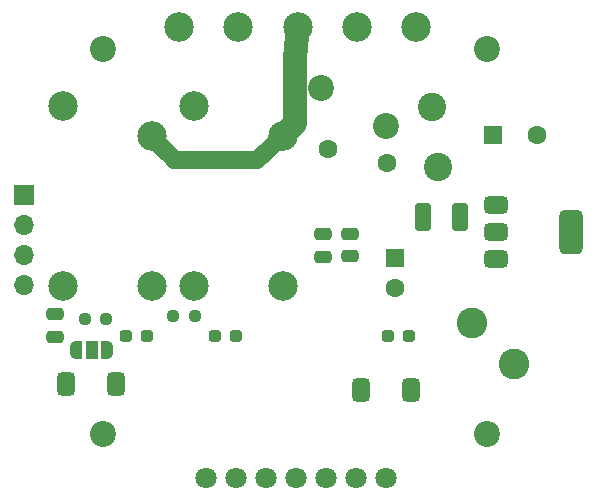
<source format=gts>
G04 #@! TF.GenerationSoftware,KiCad,Pcbnew,8.0.8*
G04 #@! TF.CreationDate,2025-02-21T01:15:50+03:00*
G04 #@! TF.ProjectId,SMHome_2RelayBoardRound_ESP1M_v7,534d486f-6d65-45f3-9252-656c6179426f,12*
G04 #@! TF.SameCoordinates,Original*
G04 #@! TF.FileFunction,Soldermask,Top*
G04 #@! TF.FilePolarity,Negative*
%FSLAX46Y46*%
G04 Gerber Fmt 4.6, Leading zero omitted, Abs format (unit mm)*
G04 Created by KiCad (PCBNEW 8.0.8) date 2025-02-21 01:15:50*
%MOMM*%
%LPD*%
G01*
G04 APERTURE LIST*
G04 Aperture macros list*
%AMRoundRect*
0 Rectangle with rounded corners*
0 $1 Rounding radius*
0 $2 $3 $4 $5 $6 $7 $8 $9 X,Y pos of 4 corners*
0 Add a 4 corners polygon primitive as box body*
4,1,4,$2,$3,$4,$5,$6,$7,$8,$9,$2,$3,0*
0 Add four circle primitives for the rounded corners*
1,1,$1+$1,$2,$3*
1,1,$1+$1,$4,$5*
1,1,$1+$1,$6,$7*
1,1,$1+$1,$8,$9*
0 Add four rect primitives between the rounded corners*
20,1,$1+$1,$2,$3,$4,$5,0*
20,1,$1+$1,$4,$5,$6,$7,0*
20,1,$1+$1,$6,$7,$8,$9,0*
20,1,$1+$1,$8,$9,$2,$3,0*%
%AMHorizOval*
0 Thick line with rounded ends*
0 $1 width*
0 $2 $3 position (X,Y) of the first rounded end (center of the circle)*
0 $4 $5 position (X,Y) of the second rounded end (center of the circle)*
0 Add line between two ends*
20,1,$1,$2,$3,$4,$5,0*
0 Add two circle primitives to create the rounded ends*
1,1,$1,$2,$3*
1,1,$1,$4,$5*%
%AMFreePoly0*
4,1,19,0.550000,-0.750000,0.000000,-0.750000,0.000000,-0.744911,-0.071157,-0.744911,-0.207708,-0.704816,-0.327430,-0.627875,-0.420627,-0.520320,-0.479746,-0.390866,-0.500000,-0.250000,-0.500000,0.250000,-0.479746,0.390866,-0.420627,0.520320,-0.327430,0.627875,-0.207708,0.704816,-0.071157,0.744911,0.000000,0.744911,0.000000,0.750000,0.550000,0.750000,0.550000,-0.750000,0.550000,-0.750000,
$1*%
%AMFreePoly1*
4,1,19,0.000000,0.744911,0.071157,0.744911,0.207708,0.704816,0.327430,0.627875,0.420627,0.520320,0.479746,0.390866,0.500000,0.250000,0.500000,-0.250000,0.479746,-0.390866,0.420627,-0.520320,0.327430,-0.627875,0.207708,-0.704816,0.071157,-0.744911,0.000000,-0.744911,0.000000,-0.750000,-0.550000,-0.750000,-0.550000,0.750000,0.000000,0.750000,0.000000,0.744911,0.000000,0.744911,
$1*%
G04 Aperture macros list end*
%ADD10C,2.000000*%
%ADD11C,1.500000*%
%ADD12RoundRect,0.375000X-0.625000X-0.375000X0.625000X-0.375000X0.625000X0.375000X-0.625000X0.375000X0*%
%ADD13RoundRect,0.500000X-0.500000X-1.400000X0.500000X-1.400000X0.500000X1.400000X-0.500000X1.400000X0*%
%ADD14RoundRect,0.250000X0.475000X-0.250000X0.475000X0.250000X-0.475000X0.250000X-0.475000X-0.250000X0*%
%ADD15C,1.800000*%
%ADD16R,1.600000X1.600000*%
%ADD17C,1.600000*%
%ADD18RoundRect,0.250000X0.412500X0.925000X-0.412500X0.925000X-0.412500X-0.925000X0.412500X-0.925000X0*%
%ADD19RoundRect,0.237500X0.287500X0.237500X-0.287500X0.237500X-0.287500X-0.237500X0.287500X-0.237500X0*%
%ADD20C,2.500000*%
%ADD21R,1.700000X1.700000*%
%ADD22O,1.700000X1.700000*%
%ADD23RoundRect,0.237500X-0.250000X-0.237500X0.250000X-0.237500X0.250000X0.237500X-0.250000X0.237500X0*%
%ADD24C,2.200000*%
%ADD25FreePoly0,0.000000*%
%ADD26R,1.000000X1.500000*%
%ADD27FreePoly1,0.000000*%
%ADD28RoundRect,0.375000X0.375000X0.625000X-0.375000X0.625000X-0.375000X-0.625000X0.375000X-0.625000X0*%
%ADD29C,2.600000*%
%ADD30C,2.400000*%
%ADD31HorizOval,2.400000X0.000000X0.000000X0.000000X0.000000X0*%
%ADD32RoundRect,0.375000X-0.375000X-0.625000X0.375000X-0.625000X0.375000X0.625000X-0.375000X0.625000X0*%
G04 APERTURE END LIST*
D10*
X148234400Y-95072200D02*
X147167600Y-96139000D01*
D11*
X147269200Y-96088200D02*
X145034000Y-98120200D01*
X137972800Y-97967800D02*
X136398000Y-96494600D01*
X138061700Y-98120200D02*
X145034000Y-98120200D01*
D10*
X148234400Y-89484200D02*
X148234400Y-95072200D01*
X148488400Y-86741000D02*
X148234400Y-89484200D01*
D12*
X165302800Y-101928300D03*
D13*
X171602800Y-104228300D03*
D12*
X165302800Y-104228300D03*
X165302800Y-106528300D03*
D14*
X152958800Y-106283800D03*
X152958800Y-104383800D03*
D15*
X140743600Y-125099400D03*
X143283600Y-125099400D03*
X145823600Y-125099400D03*
X148363600Y-125099400D03*
X150903600Y-125099400D03*
X153443600Y-125099400D03*
X155983600Y-125099400D03*
D16*
X165000949Y-96029400D03*
D17*
X168800949Y-96029400D03*
D14*
X127965200Y-113104000D03*
X127965200Y-111204000D03*
D18*
X162217900Y-102946200D03*
X159142900Y-102946200D03*
D14*
X150672800Y-106334600D03*
X150672800Y-104434600D03*
D19*
X143267400Y-113000000D03*
X141517400Y-113000000D03*
D20*
X128590040Y-93606620D03*
X136187180Y-96146620D03*
X128590040Y-108844080D03*
X136187180Y-108844080D03*
D21*
X125349000Y-101076600D03*
D22*
X125349000Y-103616600D03*
X125349000Y-106156600D03*
X125349000Y-108696600D03*
D23*
X137974700Y-111379000D03*
X139799700Y-111379000D03*
D17*
X156083600Y-98429400D03*
X151083600Y-97229400D03*
D24*
X164503100Y-88760300D03*
X150478000Y-92083000D03*
X156015200Y-95283400D03*
D23*
X130481700Y-111582200D03*
X132306700Y-111582200D03*
D25*
X129764000Y-114249200D03*
D26*
X131064000Y-114249200D03*
D27*
X132364000Y-114249200D03*
D24*
X164503100Y-121338500D03*
D19*
X157897800Y-113000000D03*
X156147800Y-113000000D03*
D20*
X158488400Y-86842600D03*
X153488400Y-86842600D03*
X148488400Y-86842600D03*
X143488400Y-86842600D03*
X138488400Y-86842600D03*
D28*
X133087800Y-117094000D03*
X128887800Y-117094000D03*
D24*
X131978400Y-88760300D03*
D29*
X166776400Y-115443000D03*
X163240866Y-111907466D03*
D30*
X159907981Y-93652068D03*
D31*
X160350732Y-98712737D03*
D16*
X156718000Y-106451400D03*
D17*
X156718000Y-108951400D03*
D20*
X139689840Y-93606620D03*
X147286980Y-96146620D03*
X139689840Y-108844080D03*
X147286980Y-108844080D03*
D24*
X131978400Y-121338500D03*
D32*
X153856000Y-117627400D03*
X158056000Y-117627400D03*
D19*
X135737600Y-113000000D03*
X133987600Y-113000000D03*
M02*

</source>
